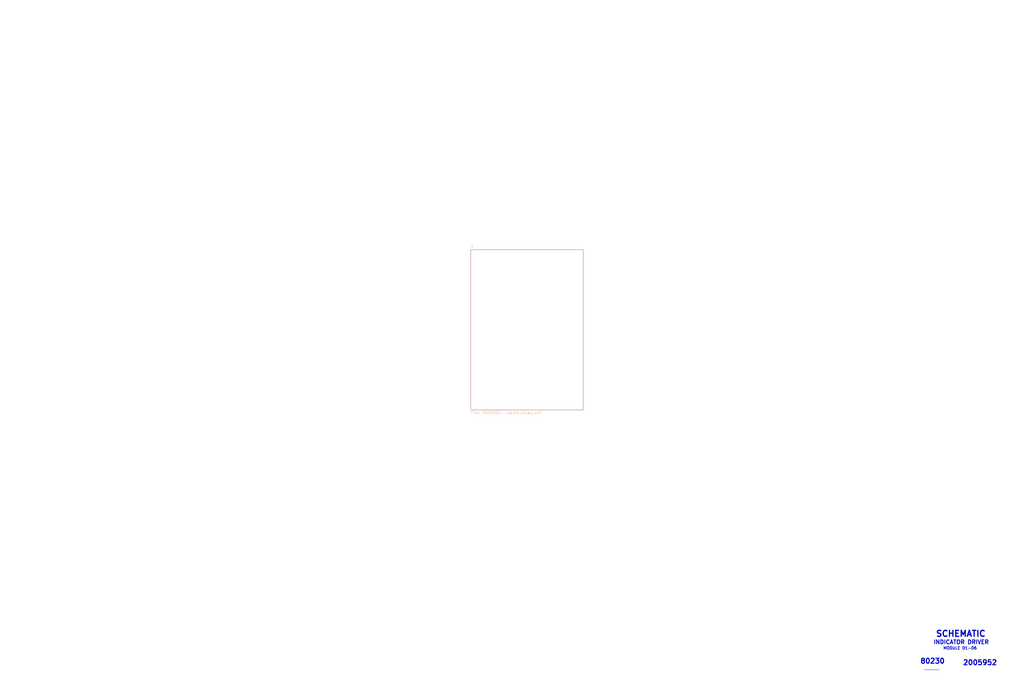
<source format=kicad_sch>
(kicad_sch (version 20211123) (generator eeschema)
  (paper "User" 1295.4 863.6)
  (lib_symbols)
  (polyline (pts (xy 1168.654 847.8012) (xy 1188.0596 847.8012)) (stroke (width 0.381) (type solid)))
  (polyline (pts (xy 1188.0596 847.8012) (xy 1188.0596 847.852)) (stroke (width 0) (type solid)))
  (text "1" (at 1254.6076 848.8172 0) (effects (font (size 0 0)) (justify left bottom)))
  (text "MODULE D1-D6" (at 1192.9872 822.706 0) (effects (font (size 3.556 3.556) (thickness 0.7112) bold) (justify left bottom)))
  (text "SCHEMATIC" (at 1183.4368 806.8564 0) (effects (font (size 7.62 7.62) (thickness 1.524) bold) (justify left bottom)))
  (text "2005952" (at 1217.7776 842.6196 0) (effects (font (size 6.35 6.35) (thickness 1.27) bold) (justify left bottom)))
  (text "80230" (at 1195.705 840.74 180) (effects (font (size 6.35 6.35) (thickness 1.27) bold) (justify right bottom)))
  (text "INDICATOR DRIVER" (at 1180.592 816.0004 0) (effects (font (size 5.08 5.08) (thickness 1.016) bold) (justify left bottom)))
  (sheet (at 595.63 316.23) (size 142.24 202.565)
    (property "Sheet name" "1" (at 595.63 314.3754 0) (effects (font (size 3.556 3.556)) (justify left bottom)))
    (property "Sheet file" "2005952--p1of1.kicad_sch" (at 595.63 520.294 0) (effects (font (size 3.556 3.556)) (justify left top)))
  )
)
</source>
